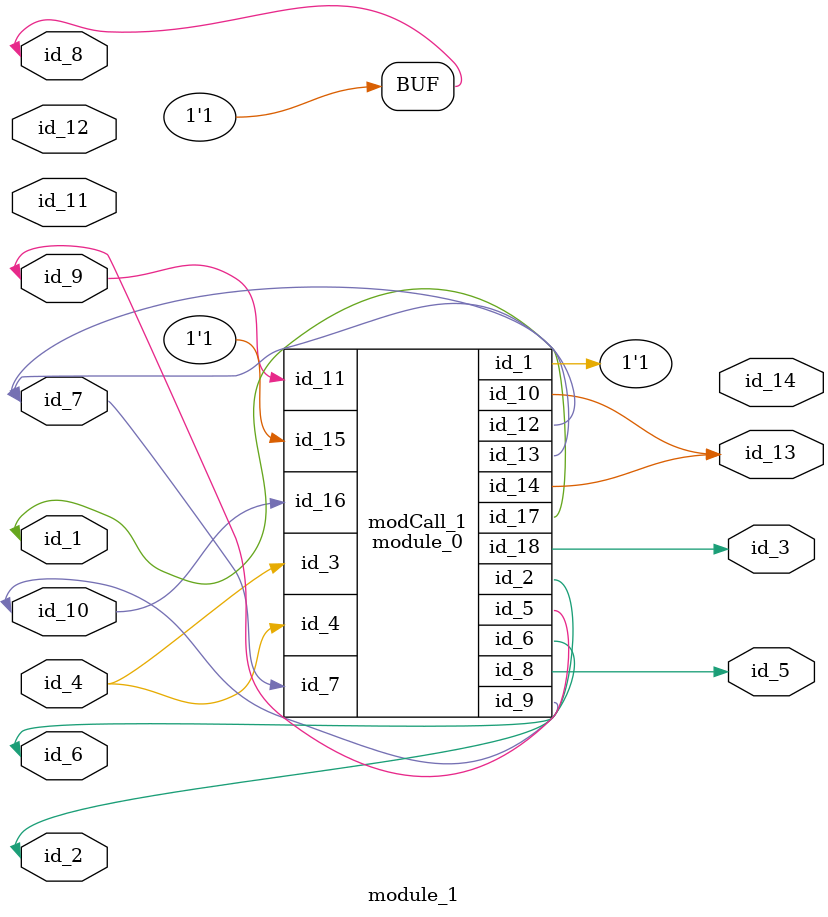
<source format=v>
module module_0 (
    id_1,
    id_2,
    id_3,
    id_4,
    id_5,
    id_6,
    id_7,
    id_8,
    id_9,
    id_10,
    id_11,
    id_12,
    id_13,
    id_14,
    id_15,
    id_16,
    id_17,
    id_18
);
  output wire id_18;
  inout wire id_17;
  input wire id_16;
  input wire id_15;
  output wire id_14;
  output wire id_13;
  output wire id_12;
  input wire id_11;
  output wire id_10;
  output wire id_9;
  output wire id_8;
  input wire id_7;
  inout wire id_6;
  output wire id_5;
  input wire id_4;
  input wire id_3;
  inout wire id_2;
  inout wire id_1;
endmodule
module module_1 (
    id_1,
    id_2,
    id_3,
    id_4,
    id_5,
    id_6,
    id_7,
    id_8,
    id_9,
    id_10,
    id_11,
    id_12,
    id_13,
    id_14
);
  output wire id_14;
  output wire id_13;
  input wire id_12;
  inout wire id_11;
  inout wire id_10;
  inout wire id_9;
  inout wire id_8;
  inout wire id_7;
  inout wire id_6;
  output wire id_5;
  input wire id_4;
  output wire id_3;
  inout wire id_2;
  inout wire id_1;
  assign id_8 = 1;
  wire id_15;
  module_0 modCall_1 (
      id_8,
      id_6,
      id_4,
      id_4,
      id_9,
      id_2,
      id_7,
      id_5,
      id_10,
      id_13,
      id_9,
      id_7,
      id_7,
      id_13,
      id_8,
      id_10,
      id_1,
      id_3
  );
endmodule

</source>
